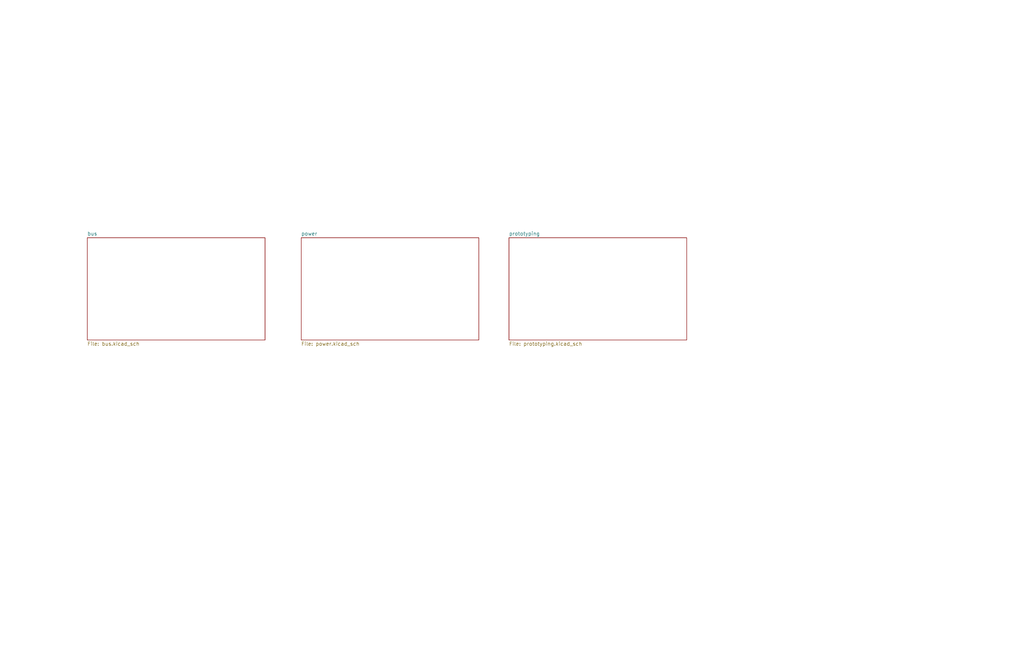
<source format=kicad_sch>
(kicad_sch (version 20211123) (generator eeschema)
  (paper "B")
  (lib_symbols)
  (sheet (at 214.63 100.33) (size 74.93 43.18)
    (property "Sheet name" "prototyping" (at 214.63 99.4914 0) (effects (font (size 1.524 1.524)) (justify left bottom)))
    (property "Sheet file" "prototyping.kicad_sch" (at 214.63 144.1962 0) (effects (font (size 1.524 1.524)) (justify left top)))
  )
  (sheet (at 36.83 100.33) (size 74.93 43.18)
    (property "Sheet name" "bus" (at 36.83 99.4914 0) (effects (font (size 1.524 1.524)) (justify left bottom)))
    (property "Sheet file" "bus.kicad_sch" (at 36.83 144.1962 0) (effects (font (size 1.524 1.524)) (justify left top)))
  )
  (sheet (at 127 100.33) (size 74.93 43.18)
    (property "Sheet name" "power" (at 127 99.4914 0) (effects (font (size 1.524 1.524)) (justify left bottom)))
    (property "Sheet file" "power.kicad_sch" (at 127 144.1962 0) (effects (font (size 1.524 1.524)) (justify left top)))
  )
)
</source>
